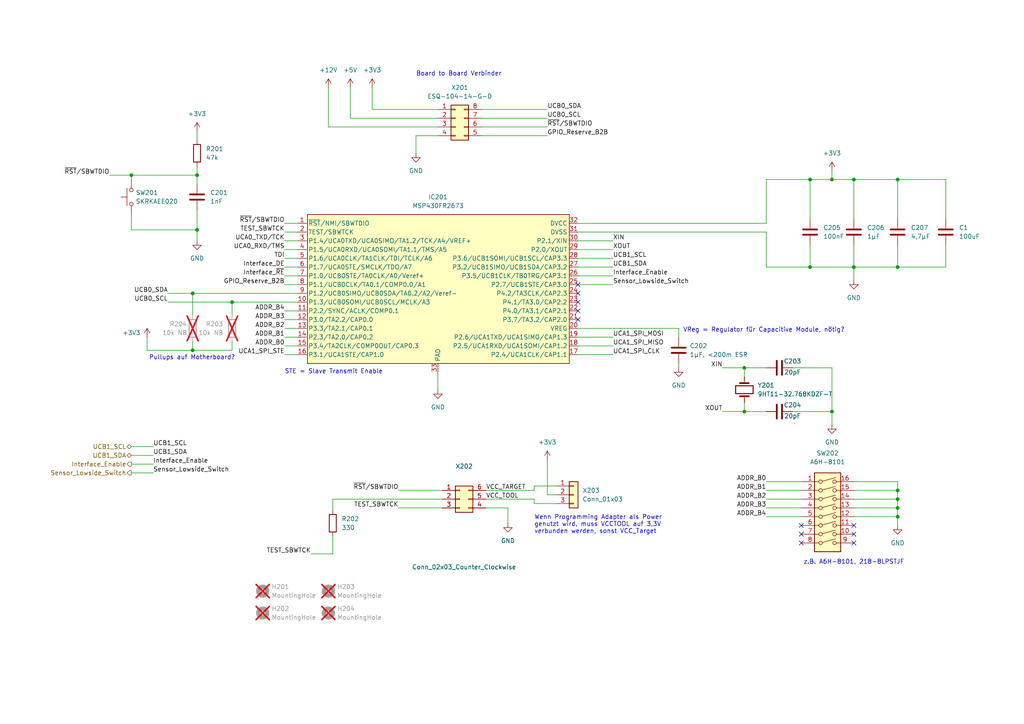
<source format=kicad_sch>
(kicad_sch (version 20250114) (generator "eeschema") (generator_version "9.0")
  (paper "A4")
  (lib_symbols
    (symbol "Connector_Generic:Conn_01x03" (pin_names (offset 1.016) (hide yes))
      (property "Reference" "J" (at 0 5.08 0))
      (property "Value" "Conn_01x03" (at 0 -5.08 0))
      (symbol "Conn_01x03_1_1"
        (rectangle (start -1.27 3.81) (end 1.27 -3.81) (stroke (width 0.254)) (fill (type background)))
        (rectangle (start -1.27 2.667) (end 0 2.413) (stroke (width 0.1524)))
        (rectangle (start -1.27 0.127) (end 0 -0.127) (stroke (width 0.1524)))
        (rectangle (start -1.27 -2.413) (end 0 -2.667) (stroke (width 0.1524)))
        (pin passive line (at -5.08 2.54 0) (length 3.81) (name "Pin_1") (number "1"))
        (pin passive line (at -5.08 0 0) (length 3.81) (name "Pin_2") (number "2"))
        (pin passive line (at -5.08 -2.54 0) (length 3.81) (name "Pin_3") (number "3"))
      )
    )
    (symbol "Connector_Generic:Conn_02x03_Counter_Clockwise" (pin_names (offset 1.016) (hide yes))
      (property "Reference" "J" (at 1.27 5.08 0))
      (property "Value" "Conn_02x03_Counter_Clockwise" (at 1.27 -5.08 0))
      (symbol "Conn_02x03_Counter_Clockwise_1_1"
        (rectangle (start -1.27 3.81) (end 3.81 -3.81) (stroke (width 0.254)) (fill (type background)))
        (rectangle (start -1.27 2.667) (end 0 2.413) (stroke (width 0.1524)))
        (rectangle (start -1.27 0.127) (end 0 -0.127) (stroke (width 0.1524)))
        (rectangle (start -1.27 -2.413) (end 0 -2.667) (stroke (width 0.1524)))
        (rectangle (start 3.81 2.667) (end 2.54 2.413) (stroke (width 0.1524)))
        (rectangle (start 3.81 0.127) (end 2.54 -0.127) (stroke (width 0.1524)))
        (rectangle (start 3.81 -2.413) (end 2.54 -2.667) (stroke (width 0.1524)))
        (pin passive line (at -5.08 2.54 0) (length 3.81) (name "Pin_1") (number "1"))
        (pin passive line (at -5.08 0 0) (length 3.81) (name "Pin_2") (number "2"))
        (pin passive line (at -5.08 -2.54 0) (length 3.81) (name "Pin_3") (number "3"))
        (pin passive line (at 7.62 2.54 180) (length 3.81) (name "Pin_6") (number "6"))
        (pin passive line (at 7.62 0 180) (length 3.81) (name "Pin_5") (number "5"))
        (pin passive line (at 7.62 -2.54 180) (length 3.81) (name "Pin_4") (number "4"))
      )
    )
    (symbol "Connector_Generic:Conn_02x04_Counter_Clockwise" (pin_names (offset 1.016) (hide yes))
      (property "Reference" "J" (at 1.27 5.08 0))
      (property "Value" "Conn_02x04_Counter_Clockwise" (at 1.27 -7.62 0))
      (symbol "Conn_02x04_Counter_Clockwise_1_1"
        (rectangle (start -1.27 3.81) (end 3.81 -6.35) (stroke (width 0.254)) (fill (type background)))
        (rectangle (start -1.27 2.667) (end 0 2.413) (stroke (width 0.1524)))
        (rectangle (start -1.27 0.127) (end 0 -0.127) (stroke (width 0.1524)))
        (rectangle (start -1.27 -2.413) (end 0 -2.667) (stroke (width 0.1524)))
        (rectangle (start -1.27 -4.953) (end 0 -5.207) (stroke (width 0.1524)))
        (rectangle (start 3.81 2.667) (end 2.54 2.413) (stroke (width 0.1524)))
        (rectangle (start 3.81 0.127) (end 2.54 -0.127) (stroke (width 0.1524)))
        (rectangle (start 3.81 -2.413) (end 2.54 -2.667) (stroke (width 0.1524)))
        (rectangle (start 3.81 -4.953) (end 2.54 -5.207) (stroke (width 0.1524)))
        (pin passive line (at -5.08 2.54 0) (length 3.81) (name "Pin_1") (number "1"))
        (pin passive line (at -5.08 0 0) (length 3.81) (name "Pin_2") (number "2"))
        (pin passive line (at -5.08 -2.54 0) (length 3.81) (name "Pin_3") (number "3"))
        (pin passive line (at -5.08 -5.08 0) (length 3.81) (name "Pin_4") (number "4"))
        (pin passive line (at 7.62 2.54 180) (length 3.81) (name "Pin_8") (number "8"))
        (pin passive line (at 7.62 0 180) (length 3.81) (name "Pin_7") (number "7"))
        (pin passive line (at 7.62 -2.54 180) (length 3.81) (name "Pin_6") (number "6"))
        (pin passive line (at 7.62 -5.08 180) (length 3.81) (name "Pin_5") (number "5"))
      )
    )
    (symbol "Device:C" (pin_numbers (hide yes)) (pin_names (offset 0.254))
      (property "Reference" "C" (at 0.635 2.54 0))
      (property "Value" "C" (at 0.635 -2.54 0))
      (symbol "C_0_1"
        (polyline (pts (xy -2.032 0.762) (xy 2.032 0.762)) (stroke (width 0.508)))
        (polyline (pts (xy -2.032 -0.762) (xy 2.032 -0.762)) (stroke (width 0.508)))
      )
      (symbol "C_1_1"
        (pin passive line (at 0 3.81 270) (length 2.794) (name "~") (number "1"))
        (pin passive line (at 0 -3.81 90) (length 2.794) (name "~") (number "2"))
      )
    )
    (symbol "Device:Crystal" (pin_numbers (hide yes)) (pin_names (offset 1.016) (hide yes))
      (property "Reference" "Y" (at 0 3.81 0))
      (property "Value" "Crystal" (at 0 -3.81 0))
      (symbol "Crystal_0_1"
        (polyline (pts (xy -2.54 0) (xy -1.905 0)))
        (polyline (pts (xy -1.905 -1.27) (xy -1.905 1.27)) (stroke (width 0.508)))
        (rectangle (start -1.143 2.54) (end 1.143 -2.54) (stroke (width 0.3048)))
        (polyline (pts (xy 1.905 -1.27) (xy 1.905 1.27)) (stroke (width 0.508)))
        (polyline (pts (xy 2.54 0) (xy 1.905 0)))
      )
      (symbol "Crystal_1_1"
        (pin passive line (at -3.81 0 0) (length 1.27) (name "1") (number "1"))
        (pin passive line (at 3.81 0 180) (length 1.27) (name "2") (number "2"))
      )
    )
    (symbol "Device:R" (pin_numbers (hide yes)) (pin_names (offset 0))
      (property "Reference" "R" (at 2.032 0 90))
      (property "Value" "R" (at 0 0 90))
      (symbol "R_0_1"
        (rectangle (start -1.016 -2.54) (end 1.016 2.54) (stroke (width 0.254)))
      )
      (symbol "R_1_1"
        (pin passive line (at 0 3.81 270) (length 1.27) (name "~") (number "1"))
        (pin passive line (at 0 -3.81 90) (length 1.27) (name "~") (number "2"))
      )
    )
    (symbol "HER_Symbole:MSP430FR267*"
      (property "Reference" "U?" (at 39.42 2.54 0))
      (property "Value" "MSP430FR267*" (at 39.42 0 0))
      (symbol "MSP430FR267*_0_1"
        (rectangle (start 0.254 -2.54) (end 76.2 -45.72) (stroke (width 0.2)) (fill (type background)))
      )
      (symbol "MSP430FR267*_1_1"
        (pin bidirectional line (at -2.54 -5.08 0) (length 2.54) (name "~{RST}/NMI/SBWTDIO") (number "1"))
        (pin bidirectional line (at -2.54 -7.62 0) (length 2.54) (name "TEST/SBWTCK") (number "2"))
        (pin bidirectional line (at -2.54 -10.16 0) (length 2.54) (name "P1.4/UCA0TXD/UCA0SIMO/TA1.2/TCK/A4/VREF+") (number "3"))
        (pin bidirectional line (at -2.54 -12.7 0) (length 2.54) (name "P1.5/UCA0RXD/UCA0SOMI/TA1.1/TMS/A5") (number "4"))
        (pin bidirectional line (at -2.54 -15.24 0) (length 2.54) (name "P1.6/UCA0CLK/TA1CLK/TDI/TCLK/A6") (number "5"))
        (pin bidirectional line (at -2.54 -17.78 0) (length 2.54) (name "P1.7/UCA0STE/SMCLK/TDO/A7") (number "6"))
        (pin bidirectional line (at -2.54 -20.32 0) (length 2.54) (name "P1.0/UCB0STE/TA0CLK/A0/Veref+") (number "7"))
        (pin bidirectional line (at -2.54 -22.86 0) (length 2.54) (name "P1.1/UCB0CLK/TA0.1/COMP0.0/A1") (number "8"))
        (pin bidirectional line (at -2.54 -25.4 0) (length 2.54) (name "P1.2/UCB0SIMO/UCB0SDA/TA0.2/A2/Veref-") (number "9"))
        (pin bidirectional line (at -2.54 -27.94 0) (length 2.54) (name "P1.3/UCB0SOMI/UCB0SCL/MCLK/A3") (number "10"))
        (pin bidirectional line (at -2.54 -30.48 0) (length 2.54) (name "P2.2/SYNC/ACLK/COMP0.1") (number "11"))
        (pin bidirectional line (at -2.54 -33.02 0) (length 2.54) (name "P3.0/TA2.2/CAP0.0") (number "12"))
        (pin bidirectional line (at -2.54 -35.56 0) (length 2.54) (name "P3.3/TA2.1/CAP0.1") (number "13"))
        (pin bidirectional line (at -2.54 -38.1 0) (length 2.54) (name "P2.3/TA2.0/CAP0.2") (number "14"))
        (pin bidirectional line (at -2.54 -40.64 0) (length 2.54) (name "P3.4/TA2CLK/COMP0OUT/CAP0.3") (number "15"))
        (pin bidirectional line (at -2.54 -43.18 0) (length 2.54) (name "P3.1/UCA1STE/CAP1.0") (number "16"))
        (pin power_in line (at 38.1 -48.26 90) (length 2.54) (name "PAD") (number "33"))
        (pin power_in line (at 78.74 -5.08 180) (length 2.54) (name "DVCC") (number "32"))
        (pin power_in line (at 78.74 -7.62 180) (length 2.54) (name "DVSS") (number "31"))
        (pin bidirectional line (at 78.74 -10.16 180) (length 2.54) (name "P2.1/XIN") (number "30"))
        (pin bidirectional line (at 78.74 -12.7 180) (length 2.54) (name "P2.0/XOUT") (number "29"))
        (pin bidirectional line (at 78.74 -15.24 180) (length 2.54) (name "P3.6/UCB1SOMI/UCB1SCL/CAP3.3") (number "28"))
        (pin bidirectional line (at 78.74 -17.78 180) (length 2.54) (name "P3.2/UCB1SIMO/UCB1SDA/CAP3.2") (number "27"))
        (pin bidirectional line (at 78.74 -20.32 180) (length 2.54) (name "P3.5/UCB1CLK/TB0TRG/CAP3.1") (number "26"))
        (pin bidirectional line (at 78.74 -22.86 180) (length 2.54) (name "P2.7/UCB1STE/CAP3.0") (number "25"))
        (pin bidirectional line (at 78.74 -25.4 180) (length 2.54) (name "P4.2/TA3CLK/CAP2.3") (number "24"))
        (pin bidirectional line (at 78.74 -27.94 180) (length 2.54) (name "P4.1/TA3.0/CAP2.2") (number "23"))
        (pin bidirectional line (at 78.74 -30.48 180) (length 2.54) (name "P4.0/TA3.1/CAP2.1") (number "22"))
        (pin bidirectional line (at 78.74 -33.02 180) (length 2.54) (name "P3.7/TA3.2/CAP2.0") (number "21"))
        (pin bidirectional line (at 78.74 -35.56 180) (length 2.54) (name "VREG") (number "20"))
        (pin bidirectional line (at 78.74 -38.1 180) (length 2.54) (name "P2.6/UCA1TXD/UCA1SIMO/CAP1.3") (number "19"))
        (pin bidirectional line (at 78.74 -40.64 180) (length 2.54) (name "P2.5/UCA1RXD/UCA1SOMI/CAP1.2") (number "18"))
        (pin bidirectional line (at 78.74 -43.18 180) (length 2.54) (name "P2.4/UCA1CLK/CAP1.1") (number "17"))
      )
    )
    (symbol "Mechanical:MountingHole" (pin_names (offset 1.016))
      (property "Reference" "H" (at 0 5.08 0))
      (property "Value" "MountingHole" (at 0 3.175 0))
      (symbol "MountingHole_0_1"
        (circle (center 0 0) (radius 1.27) (stroke (width 1.27)))
      )
    )
    (symbol "Switch:SW_DIP_x08" (pin_names (offset 0) (hide yes))
      (property "Reference" "SW" (at 0 13.97 0))
      (property "Value" "SW_DIP_x08" (at 0 -11.43 0))
      (symbol "SW_DIP_x08_0_0"
        (circle (center -2.032 10.16) (radius 0.508))
        (circle (center -2.032 7.62) (radius 0.508))
        (circle (center -2.032 5.08) (radius 0.508))
        (circle (center -2.032 2.54) (radius 0.508))
        (circle (center -2.032 0) (radius 0.508))
        (circle (center -2.032 -2.54) (radius 0.508))
        (circle (center -2.032 -5.08) (radius 0.508))
        (circle (center -2.032 -7.62) (radius 0.508))
        (polyline (pts (xy -1.524 10.287) (xy 2.3622 11.3284)))
        (polyline (pts (xy -1.524 7.747) (xy 2.3622 8.7884)))
        (polyline (pts (xy -1.524 5.207) (xy 2.3622 6.2484)))
        (polyline (pts (xy -1.524 2.667) (xy 2.3622 3.7084)))
        (polyline (pts (xy -1.524 0.127) (xy 2.3622 1.1684)))
        (polyline (pts (xy -1.524 -2.3876) (xy 2.3622 -1.3462)))
        (polyline (pts (xy -1.524 -4.9276) (xy 2.3622 -3.8862)))
        (polyline (pts (xy -1.524 -7.4676) (xy 2.3622 -6.4262)))
        (circle (center 2.032 10.16) (radius 0.508))
        (circle (center 2.032 7.62) (radius 0.508))
        (circle (center 2.032 5.08) (radius 0.508))
        (circle (center 2.032 2.54) (radius 0.508))
        (circle (center 2.032 0) (radius 0.508))
        (circle (center 2.032 -2.54) (radius 0.508))
        (circle (center 2.032 -5.08) (radius 0.508))
        (circle (center 2.032 -7.62) (radius 0.508))
      )
      (symbol "SW_DIP_x08_0_1"
        (rectangle (start -3.81 12.7) (end 3.81 -10.16) (stroke (width 0.254)) (fill (type background)))
      )
      (symbol "SW_DIP_x08_1_1"
        (pin passive line (at -7.62 10.16 0) (length 5.08) (name "~") (number "1"))
        (pin passive line (at -7.62 7.62 0) (length 5.08) (name "~") (number "2"))
        (pin passive line (at -7.62 5.08 0) (length 5.08) (name "~") (number "3"))
        (pin passive line (at -7.62 2.54 0) (length 5.08) (name "~") (number "4"))
        (pin passive line (at -7.62 0 0) (length 5.08) (name "~") (number "5"))
        (pin passive line (at -7.62 -2.54 0) (length 5.08) (name "~") (number "6"))
        (pin passive line (at -7.62 -5.08 0) (length 5.08) (name "~") (number "7"))
        (pin passive line (at -7.62 -7.62 0) (length 5.08) (name "~") (number "8"))
        (pin passive line (at 7.62 10.16 180) (length 5.08) (name "~") (number "16"))
        (pin passive line (at 7.62 7.62 180) (length 5.08) (name "~") (number "15"))
        (pin passive line (at 7.62 5.08 180) (length 5.08) (name "~") (number "14"))
        (pin passive line (at 7.62 2.54 180) (length 5.08) (name "~") (number "13"))
        (pin passive line (at 7.62 0 180) (length 5.08) (name "~") (number "12"))
        (pin passive line (at 7.62 -2.54 180) (length 5.08) (name "~") (number "11"))
        (pin passive line (at 7.62 -5.08 180) (length 5.08) (name "~") (number "10"))
        (pin passive line (at 7.62 -7.62 180) (length 5.08) (name "~") (number "9"))
      )
    )
    (symbol "Switch:SW_Push" (pin_numbers (hide yes)) (pin_names (offset 1.016) (hide yes))
      (property "Reference" "SW" (at 1.27 2.54 0))
      (property "Value" "SW_Push" (at 0 -1.524 0))
      (symbol "SW_Push_0_1"
        (circle (center -2.032 0) (radius 0.508))
        (polyline (pts (xy 0 1.27) (xy 0 3.048)))
        (circle (center 2.032 0) (radius 0.508))
        (polyline (pts (xy 2.54 1.27) (xy -2.54 1.27)))
        (pin passive line (at -5.08 0 0) (length 2.54) (name "1") (number "1"))
        (pin passive line (at 5.08 0 180) (length 2.54) (name "2") (number "2"))
      )
    )
    (symbol "power:+12V" (power) (pin_names (offset 0))
      (property "Value" "+12V" (at 0 3.556 0))
      (symbol "+12V_0_1"
        (polyline (pts (xy -0.762 1.27) (xy 0 2.54)))
        (polyline (pts (xy 0 2.54) (xy 0.762 1.27)))
        (polyline (pts (xy 0 0) (xy 0 2.54)))
      )
      (symbol "+12V_1_1"
        (pin power_in line (at 0 0 90) (length 0) (hide yes) (name "+12V") (number "1"))
      )
    )
    (symbol "power:+3.3V" (power) (pin_names (offset 0))
      (property "Value" "+3.3V" (at 0 3.556 0))
      (symbol "+3.3V_0_1"
        (polyline (pts (xy -0.762 1.27) (xy 0 2.54)))
        (polyline (pts (xy 0 2.54) (xy 0.762 1.27)))
        (polyline (pts (xy 0 0) (xy 0 2.54)))
      )
      (symbol "+3.3V_1_1"
        (pin power_in line (at 0 0 90) (length 0) (hide yes) (name "+3V3") (number "1"))
      )
    )
    (symbol "power:+3V3" (power) (pin_names (offset 0))
      (property "Value" "+3V3" (at 0 3.556 0))
      (symbol "+3V3_0_1"
        (polyline (pts (xy -0.762 1.27) (xy 0 2.54)))
        (polyline (pts (xy 0 2.54) (xy 0.762 1.27)))
        (polyline (pts (xy 0 0) (xy 0 2.54)))
      )
      (symbol "+3V3_1_1"
        (pin power_in line (at 0 0 90) (length 0) (hide yes) (name "+3V3") (number "1"))
      )
    )
    (symbol "power:+5V" (power) (pin_names (offset 0))
      (property "Value" "+5V" (at 0 3.556 0))
      (symbol "+5V_0_1"
        (polyline (pts (xy -0.762 1.27) (xy 0 2.54)))
        (polyline (pts (xy 0 2.54) (xy 0.762 1.27)))
        (polyline (pts (xy 0 0) (xy 0 2.54)))
      )
      (symbol "+5V_1_1"
        (pin power_in line (at 0 0 90) (length 0) (hide yes) (name "+5V") (number "1"))
      )
    )
    (symbol "power:GND" (power) (pin_names (offset 0))
      (property "Value" "GND" (at 0 -3.81 0))
      (symbol "GND_0_1"
        (polyline (pts (xy 0 0) (xy 0 -1.27) (xy 1.27 -1.27) (xy 0 -2.54) (xy -1.27 -1.27) (xy 0 -1.27)))
      )
      (symbol "GND_1_1"
        (pin power_in line (at 0 0 270) (length 0) (hide yes) (name "GND") (number "1"))
      )
    )
  )
  (text "STE = Slave Transmit Enable" (at 82.55 108.585 0) (effects (font (size 1.27 1.27)) (justify left bottom)))
  (text "Wenn Programming Adapter als Power \ngenutzt wird, muss VCCTOOL auf 3,3V \nverbunden werden, sonst VCC_Target" (at 154.94 154.94 0) (effects (font (size 1.27 1.27)) (justify left bottom)))
  (text "Pullups auf Motherboard?" (at 43.18 104.521 0) (effects (font (size 1.27 1.27)) (justify left bottom)))
  (text "Board to Board Verbinder\n" (at 120.65 22.225 0) (effects (font (size 1.27 1.27)) (justify left bottom)))
  (text "z.B. A6H-8101, 218-8LPSTJF\n" (at 233.045 163.83 0) (effects (font (size 1.27 1.27)) (justify left bottom)))
  (text "VReg = Regulator für Capacitive Module, nötig?" (at 198.12 96.52 0) (effects (font (size 1.27 1.27)) (justify left bottom)))
  (junction (at 260.35 147.32))
  (junction (at 234.95 52.07))
  (junction (at 57.15 66.675))
  (junction (at 67.31 87.63))
  (junction (at 241.3 52.07))
  (junction (at 215.9 119.38))
  (junction (at 260.35 142.24))
  (junction (at 57.15 50.8))
  (junction (at 38.1 50.8))
  (junction (at 260.35 149.86))
  (junction (at 241.3 119.38))
  (junction (at 234.95 77.47))
  (junction (at 260.35 144.78))
  (junction (at 55.88 85.09))
  (junction (at 260.35 77.47))
  (junction (at 55.88 101.6))
  (junction (at 260.35 52.07))
  (junction (at 215.9 106.68))
  (junction (at 247.65 52.07))
  (junction (at 247.65 77.47))
  (no_connect (at 232.41 154.94))
  (no_connect (at 232.41 152.4))
  (no_connect (at 232.41 157.48))
  (no_connect (at 167.64 85.09))
  (no_connect (at 167.64 87.63))
  (no_connect (at 167.64 90.17))
  (no_connect (at 167.64 92.71))
  (no_connect (at 167.64 82.55))
  (no_connect (at 247.65 157.48))
  (no_connect (at 247.65 152.4))
  (no_connect (at 247.65 154.94))
  (wire (pts (xy 31.75 50.8) (xy 38.1 50.8)))
  (wire (pts (xy 139.7 34.29) (xy 158.75 34.29)))
  (wire (pts (xy 82.55 82.55) (xy 86.36 82.55)))
  (wire (pts (xy 42.6721 97.79) (xy 42.6721 101.6)))
  (wire (pts (xy 55.88 85.09) (xy 86.36 85.09)))
  (wire (pts (xy 82.55 80.01) (xy 86.36 80.01)))
  (wire (pts (xy 127 31.75) (xy 107.95 31.75)))
  (wire (pts (xy 260.35 139.7) (xy 260.35 142.24)))
  (wire (pts (xy 101.6 25.4) (xy 101.6 34.29)))
  (wire (pts (xy 222.25 77.47) (xy 234.95 77.47)))
  (wire (pts (xy 55.88 99.06) (xy 55.88 101.6)))
  (wire (pts (xy 82.55 77.47) (xy 86.36 77.47)))
  (wire (pts (xy 234.95 52.07) (xy 241.3 52.07)))
  (wire (pts (xy 247.65 142.24) (xy 260.35 142.24)))
  (wire (pts (xy 167.64 69.85) (xy 177.8 69.85)))
  (wire (pts (xy 232.41 147.32) (xy 222.25 147.32)))
  (wire (pts (xy 260.35 52.07) (xy 260.35 63.5)))
  (wire (pts (xy 128.27 147.32) (xy 115.57 147.32)))
  (wire (pts (xy 247.65 52.07) (xy 247.65 63.5)))
  (wire (pts (xy 127 34.29) (xy 101.6 34.29)))
  (wire (pts (xy 232.41 139.7) (xy 222.25 139.7)))
  (wire (pts (xy 48.7045 85.09) (xy 55.88 85.09)))
  (wire (pts (xy 140.97 147.32) (xy 147.32 147.32)))
  (wire (pts (xy 196.85 95.25) (xy 196.85 97.79)))
  (wire (pts (xy 139.7 39.37) (xy 158.75 39.37)))
  (wire (pts (xy 167.64 77.47) (xy 177.8 77.47)))
  (wire (pts (xy 120.65 39.37) (xy 120.65 44.45)))
  (wire (pts (xy 232.41 149.86) (xy 222.25 149.86)))
  (wire (pts (xy 139.7 31.75) (xy 158.75 31.75)))
  (wire (pts (xy 260.35 147.32) (xy 260.35 149.86)))
  (wire (pts (xy 82.55 97.79) (xy 86.36 97.79)))
  (wire (pts (xy 215.9 119.38) (xy 222.25 119.38)))
  (wire (pts (xy 57.15 66.675) (xy 57.15 69.85)))
  (wire (pts (xy 82.55 67.31) (xy 86.36 67.31)))
  (wire (pts (xy 247.65 77.47) (xy 234.95 77.47)))
  (wire (pts (xy 167.64 64.77) (xy 222.25 64.77)))
  (wire (pts (xy 241.3 119.38) (xy 241.3 123.19)))
  (wire (pts (xy 67.31 87.63) (xy 67.31 91.44)))
  (wire (pts (xy 167.64 82.55) (xy 177.8 82.55)))
  (wire (pts (xy 48.7045 87.63) (xy 67.31 87.63)))
  (wire (pts (xy 247.65 52.07) (xy 260.35 52.07)))
  (wire (pts (xy 260.35 77.47) (xy 247.65 77.47)))
  (wire (pts (xy 82.55 64.77) (xy 86.36 64.77)))
  (wire (pts (xy 222.25 64.77) (xy 222.25 52.07)))
  (wire (pts (xy 96.52 144.78) (xy 128.27 144.78)))
  (wire (pts (xy 82.55 72.39) (xy 86.36 72.39)))
  (wire (pts (xy 274.32 52.07) (xy 260.35 52.07)))
  (wire (pts (xy 161.29 140.97) (xy 154.94 140.97)))
  (wire (pts (xy 260.35 149.86) (xy 260.35 152.4)))
  (wire (pts (xy 247.65 77.47) (xy 247.65 81.28)))
  (wire (pts (xy 260.35 144.78) (xy 260.35 147.32)))
  (wire (pts (xy 82.55 74.93) (xy 86.36 74.93)))
  (wire (pts (xy 274.32 77.47) (xy 260.35 77.47)))
  (wire (pts (xy 167.64 95.25) (xy 196.85 95.25)))
  (wire (pts (xy 161.29 143.51) (xy 158.75 143.51)))
  (wire (pts (xy 222.25 67.31) (xy 222.25 77.47)))
  (wire (pts (xy 127 107.95) (xy 127 113.03)))
  (wire (pts (xy 241.3 49.53) (xy 241.3 52.07)))
  (wire (pts (xy 167.64 102.87) (xy 177.8 102.87)))
  (wire (pts (xy 55.88 85.09) (xy 55.88 91.44)))
  (wire (pts (xy 241.3 106.68) (xy 241.3 119.38)))
  (wire (pts (xy 247.65 139.7) (xy 260.35 139.7)))
  (wire (pts (xy 107.95 25.4) (xy 107.95 31.75)))
  (wire (pts (xy 38.1 132.08) (xy 44.45 132.08)))
  (wire (pts (xy 247.65 77.47) (xy 247.65 71.12)))
  (wire (pts (xy 167.64 72.39) (xy 177.8 72.39)))
  (wire (pts (xy 161.29 146.05) (xy 154.94 146.05)))
  (wire (pts (xy 247.65 147.32) (xy 260.35 147.32)))
  (wire (pts (xy 82.55 92.71) (xy 86.36 92.71)))
  (wire (pts (xy 167.64 100.33) (xy 177.8 100.33)))
  (wire (pts (xy 127 39.37) (xy 120.65 39.37)))
  (wire (pts (xy 229.87 106.68) (xy 241.3 106.68)))
  (wire (pts (xy 90.17 160.655) (xy 96.52 160.655)))
  (wire (pts (xy 96.52 144.78) (xy 96.52 147.955)))
  (wire (pts (xy 57.15 60.96) (xy 57.15 66.675)))
  (wire (pts (xy 140.97 142.24) (xy 154.94 142.24)))
  (wire (pts (xy 82.55 100.33) (xy 86.36 100.33)))
  (wire (pts (xy 38.1 137.16) (xy 44.45 137.16)))
  (wire (pts (xy 38.1 66.675) (xy 57.15 66.675)))
  (wire (pts (xy 95.25 25.4) (xy 95.25 36.83)))
  (wire (pts (xy 86.36 90.17) (xy 82.55 90.17)))
  (wire (pts (xy 38.1 50.8) (xy 38.1 52.07)))
  (wire (pts (xy 139.7 36.83) (xy 158.75 36.83)))
  (wire (pts (xy 260.35 71.12) (xy 260.35 77.47)))
  (wire (pts (xy 38.1 129.54) (xy 44.45 129.54)))
  (wire (pts (xy 154.94 144.78) (xy 140.97 144.78)))
  (wire (pts (xy 241.3 119.38) (xy 229.87 119.38)))
  (wire (pts (xy 57.15 38.1) (xy 57.15 40.64)))
  (wire (pts (xy 57.15 48.26) (xy 57.15 50.8)))
  (wire (pts (xy 38.1 50.8) (xy 57.15 50.8)))
  (wire (pts (xy 147.32 147.32) (xy 147.32 151.765)))
  (wire (pts (xy 167.64 74.93) (xy 177.8 74.93)))
  (wire (pts (xy 232.41 142.24) (xy 222.25 142.24)))
  (wire (pts (xy 158.75 133.35) (xy 158.75 143.51)))
  (wire (pts (xy 274.32 63.5) (xy 274.32 52.07)))
  (wire (pts (xy 38.1 62.23) (xy 38.1 66.675)))
  (wire (pts (xy 42.6721 101.6) (xy 55.88 101.6)))
  (wire (pts (xy 55.88 101.6) (xy 67.3101 101.6)))
  (wire (pts (xy 222.25 52.07) (xy 234.95 52.07)))
  (wire (pts (xy 260.35 149.86) (xy 247.65 149.86)))
  (wire (pts (xy 167.64 97.79) (xy 177.8 97.79)))
  (wire (pts (xy 215.9 106.68) (xy 215.9 109.22)))
  (wire (pts (xy 260.35 142.24) (xy 260.35 144.78)))
  (wire (pts (xy 241.3 52.07) (xy 247.65 52.07)))
  (wire (pts (xy 154.94 146.05) (xy 154.94 144.78)))
  (wire (pts (xy 167.64 67.31) (xy 222.25 67.31)))
  (wire (pts (xy 209.55 106.68) (xy 215.9 106.68)))
  (wire (pts (xy 127 36.83) (xy 95.25 36.83)))
  (wire (pts (xy 209.55 119.38) (xy 215.9 119.38)))
  (wire (pts (xy 215.9 116.84) (xy 215.9 119.38)))
  (wire (pts (xy 82.55 102.87) (xy 86.36 102.87)))
  (wire (pts (xy 82.55 95.25) (xy 86.36 95.25)))
  (wire (pts (xy 167.64 80.01) (xy 177.8 80.01)))
  (wire (pts (xy 96.52 155.575) (xy 96.52 160.655)))
  (wire (pts (xy 260.35 144.78) (xy 247.65 144.78)))
  (wire (pts (xy 38.1 134.62) (xy 44.45 134.62)))
  (wire (pts (xy 67.31 99.06) (xy 67.3101 101.6)))
  (wire (pts (xy 115.57 142.24) (xy 128.27 142.24)))
  (wire (pts (xy 82.55 69.85) (xy 86.36 69.85)))
  (wire (pts (xy 154.94 140.97) (xy 154.94 142.24)))
  (wire (pts (xy 196.85 105.41) (xy 196.85 106.68)))
  (wire (pts (xy 234.95 77.47) (xy 234.95 71.12)))
  (wire (pts (xy 57.15 50.8) (xy 57.15 53.34)))
  (wire (pts (xy 274.32 71.12) (xy 274.32 77.47)))
  (wire (pts (xy 232.41 144.78) (xy 222.25 144.78)))
  (wire (pts (xy 67.31 87.63) (xy 86.36 87.63)))
  (wire (pts (xy 215.9 106.68) (xy 222.25 106.68)))
  (wire (pts (xy 234.95 52.07) (xy 234.95 63.5)))
  (label "XIN" (at 177.8 69.85 0))
  (label "UCA1_SPI_STE" (at 82.55 102.87 180))
  (label "Interface_DE" (at 82.55 77.47 180))
  (label "Interface_Enable" (at 177.8 80.01 0))
  (label "UCB0_SDA" (at 48.7045 85.09 180))
  (label "UCA0_TXD{slash}TCK" (at 82.55 69.85 180))
  (label "ADDR_B0" (at 82.55 100.33 180))
  (label "XOUT" (at 209.55 119.38 180))
  (label "~{RST}{slash}SBWTDIO" (at 31.75 50.8 180))
  (label "Interface_~{RE}" (at 82.55 80.01 180))
  (label "UCB0_SDA" (at 158.75 31.75 0))
  (label "UCB1_SDA" (at 44.45 132.08 0))
  (label "Sensor_Lowside_Switch" (at 177.8 82.55 0))
  (label "~{RST}{slash}SBWTDIO" (at 158.75 36.83 0))
  (label "UCB1_SCL" (at 44.45 129.54 0))
  (label "VCC_TARGET" (at 140.97 142.24 0))
  (label "ADDR_B2" (at 82.55 95.25 180))
  (label "UCB1_SCL" (at 177.8 74.93 0))
  (label "ADDR_B0" (at 222.25 139.7 180))
  (label "TEST_SBWTCK" (at 82.55 67.31 180))
  (label "VCC_TOOL" (at 140.97 144.78 0))
  (label "~{RST}{slash}SBWTDIO" (at 115.57 142.24 180))
  (label "UCA0_RXD{slash}TMS" (at 82.55 72.39 180))
  (label "UCB1_SDA" (at 177.8 77.47 0))
  (label "GPIO_Reserve_B2B" (at 158.75 39.37 0))
  (label "ADDR_B3" (at 82.55 92.71 180))
  (label "UCB0_SCL" (at 158.75 34.29 0))
  (label "Interface_Enable" (at 44.45 134.62 0))
  (label "GPIO_Reserve_B2B" (at 82.55 82.55 180))
  (label "~{RST}{slash}SBWTDIO" (at 82.55 64.77 180))
  (label "TEST_SBWTCK" (at 90.17 160.655 180))
  (label "UCA1_SPI_MISO" (at 177.8 100.33 0))
  (label "ADDR_B2" (at 222.25 144.78 180))
  (label "TDI" (at 82.55 74.93 180))
  (label "ADDR_B1" (at 82.55 97.79 180))
  (label "XOUT" (at 177.8 72.39 0))
  (label "ADDR_B4" (at 222.25 149.86 180))
  (label "ADDR_B3" (at 222.25 147.32 180))
  (label "UCB0_SCL" (at 48.7045 87.63 180))
  (label "UCA1_SPI_MOSI" (at 177.8 97.79 0))
  (label "Sensor_Lowside_Switch" (at 44.45 137.16 0))
  (label "XIN" (at 209.55 106.68 180))
  (label "TEST_SBWTCK" (at 115.57 147.32 180))
  (label "UCA1_SPI_CLK" (at 177.8 102.87 0))
  (label "ADDR_B1" (at 222.25 142.24 180))
  (label "ADDR_B4" (at 82.55 90.17 180))
  (hierarchical_label "UCB1_SCL" (shape bidirectional) (at 38.1 129.54 180))
  (hierarchical_label "Sensor_Lowside_Switch" (shape output) (at 38.1 137.16 180))
  (hierarchical_label "Interface_Enable" (shape output) (at 38.1 134.62 180))
  (hierarchical_label "UCB1_SDA" (shape bidirectional) (at 38.1 132.08 180))
  (symbol (lib_id "power:+3V3") (at 42.6721 97.79 0) (unit 1)
    (property "Reference" "#PWR0211" (effects (hide yes)))
    (property "Value" "+3V3" (at 40.7671 96.5199 0) (effects (justify right)))
  )
  (symbol (lib_id "Switch:SW_Push") (at 38.1 57.15 90) (unit 1)
    (property "Reference" "SW201" (at 39.37 55.8799 90) (effects (justify right)))
    (property "Value" "SKRKAEE020" (at 39.37 58.4199 90) (effects (justify right)))
    (property "Footprint" "Button_Switch_SMD:SW_Push_SPST_NO_Alps_SKRK" (effects (hide yes)))
    (property "eurocircuits_MPN" "SKRKAEE020" (effects (hide yes)))
  )
  (symbol (lib_id "Device:C") (at 226.06 106.68 90) (unit 1)
    (property "Reference" "C203" (at 229.87 104.775 90))
    (property "Value" "20pF" (at 229.87 107.95 90))
    (property "Footprint" "Capacitor_SMD:C_0603_1608Metric_Pad1.08x0.95mm_HandSolder" (effects (hide yes)))
    (property "eurocircuits_MPN" "CL10C200JB8NNNC" (effects (hide yes)))
  )
  (symbol (lib_id "Switch:SW_DIP_x08") (at 240.03 149.86 0) (unit 1)
    (property "Reference" "SW202" (at 240.03 131.445 0))
    (property "Value" "A6H-8101" (at 240.03 133.985 0))
    (property "Footprint" "Button_Switch_SMD:SW_DIP_SPSTx08_Slide_Omron_A6H-8101_W6.15mm_P1.27mm" (effects (hide yes)))
    (property "Bauteil" "A6H-8102" (effects (hide yes)))
    (property "eurocircuits_MPN" "A6H-8101" (effects (hide yes)))
  )
  (symbol (lib_id "power:+3.3V") (at 158.75 133.35 0) (unit 1)
    (property "Reference" "#PWR0209" (effects (hide yes)))
    (property "Value" "+3V3" (at 158.75 128.27 0))
  )
  (symbol (lib_id "power:GND") (at 147.32 151.765 0) (unit 1)
    (property "Reference" "#PWR0208" (effects (hide yes)))
    (property "Value" "GND" (at 147.32 156.845 0))
  )
  (symbol (lib_id "Device:C") (at 226.06 119.38 90) (unit 1)
    (property "Reference" "C204" (at 229.87 117.475 90))
    (property "Value" "20pF" (at 229.87 120.65 90))
    (property "Footprint" "Capacitor_SMD:C_0603_1608Metric_Pad1.08x0.95mm_HandSolder" (effects (hide yes)))
    (property "eurocircuits_MPN" "CL10C200JB8NNNC" (effects (hide yes)))
  )
  (symbol (lib_id "Device:C") (at 247.65 67.31 0) (unit 1)
    (property "Reference" "C206" (at 251.46 66.0399 0) (effects (justify left)))
    (property "Value" "1µF" (at 251.46 68.5799 0) (effects (justify left)))
    (property "Footprint" "Capacitor_SMD:C_0603_1608Metric_Pad1.08x0.95mm_HandSolder" (effects (hide yes)))
    (property "eurocircuits_MPN" "CL10A105KB8NNNC" (effects (hide yes)))
  )
  (symbol (lib_id "power:GND") (at 241.3 123.19 0) (unit 1)
    (property "Reference" "#PWR0213" (effects (hide yes)))
    (property "Value" "GND" (at 241.3 128.27 0))
  )
  (symbol (lib_id "Device:C") (at 196.85 101.6 0) (unit 1)
    (property "Reference" "C202" (at 200.025 100.3299 0) (effects (justify left)))
    (property "Value" "1µF, <200m ESR" (at 200.025 102.8699 0) (effects (justify left)))
    (property "Footprint" "Capacitor_SMD:C_0603_1608Metric_Pad1.08x0.95mm_HandSolder" (effects (hide yes)))
    (property "eurocircuits_MPN" "CL10A105KB8NNNC" (effects (hide yes)))
  )
  (symbol (lib_id "power:GND") (at 247.65 81.28 0) (unit 1)
    (property "Reference" "#PWR0214" (effects (hide yes)))
    (property "Value" "GND" (at 247.65 86.36 0))
  )
  (symbol (lib_id "Device:C") (at 260.35 67.31 0) (unit 1)
    (property "Reference" "C207" (at 264.16 66.0399 0) (effects (justify left)))
    (property "Value" "4,7µF" (at 264.16 68.5799 0) (effects (justify left)))
    (property "Footprint" "Capacitor_SMD:C_0603_1608Metric_Pad1.08x0.95mm_HandSolder" (effects (hide yes)))
    (property "eurocircuits_MPN" "CL10A475KP8NNNC" (effects (hide yes)))
  )
  (symbol (lib_id "Mechanical:MountingHole") (at 76.2 171.45 0) (unit 1) (dnp yes)
    (property "Reference" "H201" (at 78.74 170.1799 0) (effects (justify left)))
    (property "Value" "MountingHole" (at 78.74 172.7199 0) (effects (justify left)))
    (property "Footprint" "MountingHole:MountingHole_2.7mm_M2.5" (effects (hide yes)))
  )
  (symbol (lib_id "power:GND") (at 260.35 152.4 0) (unit 1)
    (property "Reference" "#PWR0215" (effects (hide yes)))
    (property "Value" "GND" (at 260.35 157.48 0))
  )
  (symbol (lib_id "power:GND") (at 57.15 69.85 0) (unit 1)
    (property "Reference" "#PWR0202" (effects (hide yes)))
    (property "Value" "GND" (at 57.15 74.93 0))
  )
  (symbol (lib_id "Connector_Generic:Conn_02x04_Counter_Clockwise") (at 132.08 34.29 0) (unit 1)
    (property "Reference" "X201" (at 133.35 25.4 0))
    (property "Value" "ESQ-104-14-G-D" (at 133.35 27.94 0))
    (property "Footprint" "Connector_PinSocket_2.54mm:PinSocket_2x04_P2.54mm_Vertical" (effects (hide yes)))
    (property "eurocircuits_MPN" "ESQ-104-13-G-D" (effects (hide yes)))
  )
  (symbol (lib_id "power:+12V") (at 95.25 25.4 0) (unit 1)
    (property "Reference" "#PWR0203" (effects (hide yes)))
    (property "Value" "+12V" (at 95.25 20.32 0))
  )
  (symbol (lib_id "Device:C") (at 57.15 57.15 0) (unit 1)
    (property "Reference" "C201" (at 60.96 55.8799 0) (effects (justify left)))
    (property "Value" "1nF" (at 60.96 58.4199 0) (effects (justify left)))
    (property "Footprint" "Capacitor_SMD:C_0603_1608Metric_Pad1.08x0.95mm_HandSolder" (effects (hide yes)))
    (property "eurocircuits_MPN" "CL10B102KB8NNNC" (effects (hide yes)))
  )
  (symbol (lib_id "power:+3.3V") (at 107.95 25.4 0) (unit 1)
    (property "Reference" "#PWR0205" (effects (hide yes)))
    (property "Value" "+3V3" (at 107.95 20.32 0))
  )
  (symbol (lib_id "Device:R") (at 67.31 95.25 0) (mirror y) (unit 1) (dnp yes)
    (property "Reference" "R203" (at 64.77 93.9799 0) (effects (justify left)))
    (property "Value" "10k NB" (at 64.77 96.5199 0) (effects (justify left)))
    (property "Footprint" "Resistor_SMD:R_0603_1608Metric_Pad0.98x0.95mm_HandSolder" (effects (hide yes)))
  )
  (symbol (lib_id "Device:R") (at 57.15 44.45 0) (unit 1)
    (property "Reference" "R201" (at 59.69 43.1799 0) (effects (justify left)))
    (property "Value" "47k" (at 59.69 45.7199 0) (effects (justify left)))
    (property "Footprint" "Resistor_SMD:R_0603_1608Metric_Pad0.98x0.95mm_HandSolder" (effects (hide yes)))
    (property "eurocircuits_MPN" "RC0603FR-0747KL" (effects (hide yes)))
  )
  (symbol (lib_id "Device:R") (at 55.88 95.25 0) (mirror y) (unit 1) (dnp yes)
    (property "Reference" "R204" (at 54.2925 93.98 0) (effects (justify left)))
    (property "Value" "10k NB" (at 54.2925 96.52 0) (effects (justify left)))
    (property "Footprint" "Resistor_SMD:R_0603_1608Metric_Pad0.98x0.95mm_HandSolder" (effects (hide yes)))
  )
  (symbol (lib_id "Device:C") (at 274.32 67.31 0) (unit 1)
    (property "Reference" "C1" (at 278.13 66.0399 0) (effects (justify left)))
    (property "Value" "100uF" (at 278.13 68.5799 0) (effects (justify left)))
    (property "Footprint" "Capacitor_SMD:C_0805_2012Metric_Pad1.18x1.45mm_HandSolder" (effects (hide yes)))
    (property "eurocircuits_MPN" "CL21A107MQYNNWE" (effects (hide yes)))
  )
  (symbol (lib_id "Device:C") (at 234.95 67.31 0) (unit 1)
    (property "Reference" "C205" (at 238.76 66.0399 0) (effects (justify left)))
    (property "Value" "100nF" (at 238.76 68.5799 0) (effects (justify left)))
    (property "Footprint" "Capacitor_SMD:C_0603_1608Metric_Pad1.08x0.95mm_HandSolder" (effects (hide yes)))
    (property "eurocircuits_MPN" "GPC0603104" (effects (hide yes)))
  )
  (symbol (lib_id "Connector_Generic:Conn_01x03") (at 166.37 143.51 0) (unit 1)
    (property "Reference" "X203" (at 168.91 142.2399 0) (effects (justify left)))
    (property "Value" "Conn_01x03" (at 168.91 144.7799 0) (effects (justify left)))
    (property "Footprint" "Connector_PinHeader_2.54mm:PinHeader_1x03_P2.54mm_Vertical" (effects (hide yes)))
    (property "eurocircuits_MPN" "61300311121" (effects (hide yes)))
  )
  (symbol (lib_id "power:+5V") (at 101.6 25.4 0) (unit 1)
    (property "Reference" "#PWR0204" (effects (hide yes)))
    (property "Value" "+5V" (at 101.6 20.32 0))
  )
  (symbol (lib_id "Mechanical:MountingHole") (at 95.25 171.45 0) (unit 1) (dnp yes)
    (property "Reference" "H203" (at 97.79 170.1799 0) (effects (justify left)))
    (property "Value" "MountingHole" (at 97.79 172.7199 0) (effects (justify left)))
    (property "Footprint" "MountingHole:MountingHole_2.7mm_M2.5" (effects (hide yes)))
  )
  (symbol (lib_id "Mechanical:MountingHole") (at 95.25 177.8 0) (unit 1) (dnp yes)
    (property "Reference" "H204" (at 97.79 176.5299 0) (effects (justify left)))
    (property "Value" "MountingHole" (at 97.79 179.0699 0) (effects (justify left)))
    (property "Footprint" "MountingHole:MountingHole_2.7mm_M2.5" (effects (hide yes)))
  )
  (symbol (lib_id "power:+3V3") (at 241.3 49.53 0) (unit 1)
    (property "Reference" "#PWR0212" (effects (hide yes)))
    (property "Value" "+3V3" (at 241.3 44.45 0))
  )
  (symbol (lib_id "power:GND") (at 196.85 106.68 0) (unit 1)
    (property "Reference" "#PWR0210" (effects (hide yes)))
    (property "Value" "GND" (at 196.85 111.76 0))
  )
  (symbol (lib_id "Connector_Generic:Conn_02x03_Counter_Clockwise") (at 133.35 144.78 0) (unit 1)
    (property "Reference" "X202" (at 134.62 135.255 0))
    (property "Value" "Conn_02x03_Counter_Clockwise" (at 134.62 164.465 0))
    (property "Footprint" "Connector_PinHeader_2.54mm:PinHeader_2x03_P2.54mm_Vertical" (effects (hide yes)))
    (property "eurocircuits_MPN" "PRT-12807" (effects (hide yes)))
  )
  (symbol (lib_id "power:GND") (at 127 113.03 0) (unit 1)
    (property "Reference" "#PWR0207" (effects (hide yes)))
    (property "Value" "GND" (at 127 118.11 0))
  )
  (symbol (lib_id "Device:Crystal") (at 215.9 113.03 90) (unit 1)
    (property "Reference" "Y201" (at 219.71 111.7599 90) (effects (justify right)))
    (property "Value" "9HT11-32.768KDZF-T" (at 219.71 114.2999 90) (effects (justify right)))
    (property "Footprint" "Crystal:Crystal_SMD_TXC_9HT11-2Pin_2.0x1.2mm_HandSoldering" (effects (hide yes)))
    (property "Bauteil" "9HT11-32.768KDZF-T" (effects (hide yes)))
    (property "eurocircuits_MPN" "9HT11-32.768KDZF-T" (effects (hide yes)))
  )
  (symbol (lib_id "Device:R") (at 96.52 151.765 0) (unit 1)
    (property "Reference" "R202" (at 99.06 150.4949 0) (effects (justify left)))
    (property "Value" "330" (at 99.06 153.0349 0) (effects (justify left)))
    (property "Footprint" "Resistor_SMD:R_0603_1608Metric_Pad0.98x0.95mm_HandSolder" (effects (hide yes)))
    (property "eurocircuits_MPN" "MCWR06X3300FTL" (effects (hide yes)))
  )
  (symbol (lib_id "power:+3V3") (at 57.15 38.1 0) (unit 1)
    (property "Reference" "#PWR0201" (effects (hide yes)))
    (property "Value" "+3V3" (at 57.15 33.02 0))
  )
  (symbol (lib_id "Mechanical:MountingHole") (at 76.2 177.8 0) (unit 1) (dnp yes)
    (property "Reference" "H202" (at 78.74 176.5299 0) (effects (justify left)))
    (property "Value" "MountingHole" (at 78.74 179.0699 0) (effects (justify left)))
    (property "Footprint" "MountingHole:MountingHole_2.7mm_M2.5" (effects (hide yes)))
  )
  (symbol (lib_id "HER_Symbole:MSP430FR267*") (at 88.9 59.69 0) (unit 1)
    (property "Reference" "IC201" (at 127.05 57.15 0))
    (property "Value" "MSP430FR2673" (at 127.05 59.69 0))
    (property "Footprint" "Package_DFN_QFN:VQFN-32-1EP_5x5mm_P0.5mm_EP3.5x3.5mm" (effects (hide yes)))
    (property "eurocircuits_MPN" "MSP430FR2673TRHBR" (effects (hide yes)))
  )
  (symbol (lib_id "power:GND") (at 120.65 44.45 0) (unit 1)
    (property "Reference" "#PWR0206" (effects (hide yes)))
    (property "Value" "GND" (at 120.65 49.53 0))
  )
)
</source>
